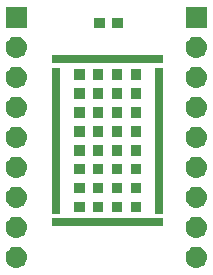
<source format=gbr>
G04 #@! TF.GenerationSoftware,KiCad,Pcbnew,(5.1.4-0)*
G04 #@! TF.CreationDate,2021-01-28T22:10:56-05:00*
G04 #@! TF.ProjectId,coral_breakout,636f7261-6c5f-4627-9265-616b6f75742e,rev?*
G04 #@! TF.SameCoordinates,Original*
G04 #@! TF.FileFunction,Soldermask,Top*
G04 #@! TF.FilePolarity,Negative*
%FSLAX46Y46*%
G04 Gerber Fmt 4.6, Leading zero omitted, Abs format (unit mm)*
G04 Created by KiCad (PCBNEW (5.1.4-0)) date 2021-01-28 22:10:56*
%MOMM*%
%LPD*%
G04 APERTURE LIST*
%ADD10C,0.100000*%
G04 APERTURE END LIST*
D10*
G36*
X147430443Y-105785519D02*
G01*
X147496627Y-105792037D01*
X147666466Y-105843557D01*
X147822991Y-105927222D01*
X147858729Y-105956552D01*
X147960186Y-106039814D01*
X148043448Y-106141271D01*
X148072778Y-106177009D01*
X148156443Y-106333534D01*
X148207963Y-106503373D01*
X148225359Y-106680000D01*
X148207963Y-106856627D01*
X148156443Y-107026466D01*
X148072778Y-107182991D01*
X148043448Y-107218729D01*
X147960186Y-107320186D01*
X147858729Y-107403448D01*
X147822991Y-107432778D01*
X147666466Y-107516443D01*
X147496627Y-107567963D01*
X147430443Y-107574481D01*
X147364260Y-107581000D01*
X147275740Y-107581000D01*
X147209557Y-107574481D01*
X147143373Y-107567963D01*
X146973534Y-107516443D01*
X146817009Y-107432778D01*
X146781271Y-107403448D01*
X146679814Y-107320186D01*
X146596552Y-107218729D01*
X146567222Y-107182991D01*
X146483557Y-107026466D01*
X146432037Y-106856627D01*
X146414641Y-106680000D01*
X146432037Y-106503373D01*
X146483557Y-106333534D01*
X146567222Y-106177009D01*
X146596552Y-106141271D01*
X146679814Y-106039814D01*
X146781271Y-105956552D01*
X146817009Y-105927222D01*
X146973534Y-105843557D01*
X147143373Y-105792037D01*
X147209557Y-105785519D01*
X147275740Y-105779000D01*
X147364260Y-105779000D01*
X147430443Y-105785519D01*
X147430443Y-105785519D01*
G37*
G36*
X132190443Y-105785519D02*
G01*
X132256627Y-105792037D01*
X132426466Y-105843557D01*
X132582991Y-105927222D01*
X132618729Y-105956552D01*
X132720186Y-106039814D01*
X132803448Y-106141271D01*
X132832778Y-106177009D01*
X132916443Y-106333534D01*
X132967963Y-106503373D01*
X132985359Y-106680000D01*
X132967963Y-106856627D01*
X132916443Y-107026466D01*
X132832778Y-107182991D01*
X132803448Y-107218729D01*
X132720186Y-107320186D01*
X132618729Y-107403448D01*
X132582991Y-107432778D01*
X132426466Y-107516443D01*
X132256627Y-107567963D01*
X132190443Y-107574481D01*
X132124260Y-107581000D01*
X132035740Y-107581000D01*
X131969557Y-107574481D01*
X131903373Y-107567963D01*
X131733534Y-107516443D01*
X131577009Y-107432778D01*
X131541271Y-107403448D01*
X131439814Y-107320186D01*
X131356552Y-107218729D01*
X131327222Y-107182991D01*
X131243557Y-107026466D01*
X131192037Y-106856627D01*
X131174641Y-106680000D01*
X131192037Y-106503373D01*
X131243557Y-106333534D01*
X131327222Y-106177009D01*
X131356552Y-106141271D01*
X131439814Y-106039814D01*
X131541271Y-105956552D01*
X131577009Y-105927222D01*
X131733534Y-105843557D01*
X131903373Y-105792037D01*
X131969557Y-105785519D01*
X132035740Y-105779000D01*
X132124260Y-105779000D01*
X132190443Y-105785519D01*
X132190443Y-105785519D01*
G37*
G36*
X147430443Y-103245519D02*
G01*
X147496627Y-103252037D01*
X147666466Y-103303557D01*
X147822991Y-103387222D01*
X147858729Y-103416552D01*
X147960186Y-103499814D01*
X148043448Y-103601271D01*
X148072778Y-103637009D01*
X148156443Y-103793534D01*
X148207963Y-103963373D01*
X148225359Y-104140000D01*
X148207963Y-104316627D01*
X148156443Y-104486466D01*
X148072778Y-104642991D01*
X148043448Y-104678729D01*
X147960186Y-104780186D01*
X147858729Y-104863448D01*
X147822991Y-104892778D01*
X147666466Y-104976443D01*
X147496627Y-105027963D01*
X147430442Y-105034482D01*
X147364260Y-105041000D01*
X147275740Y-105041000D01*
X147209557Y-105034481D01*
X147143373Y-105027963D01*
X146973534Y-104976443D01*
X146817009Y-104892778D01*
X146781271Y-104863448D01*
X146679814Y-104780186D01*
X146596552Y-104678729D01*
X146567222Y-104642991D01*
X146483557Y-104486466D01*
X146432037Y-104316627D01*
X146414641Y-104140000D01*
X146432037Y-103963373D01*
X146483557Y-103793534D01*
X146567222Y-103637009D01*
X146596552Y-103601271D01*
X146679814Y-103499814D01*
X146781271Y-103416552D01*
X146817009Y-103387222D01*
X146973534Y-103303557D01*
X147143373Y-103252037D01*
X147209558Y-103245518D01*
X147275740Y-103239000D01*
X147364260Y-103239000D01*
X147430443Y-103245519D01*
X147430443Y-103245519D01*
G37*
G36*
X132190443Y-103245519D02*
G01*
X132256627Y-103252037D01*
X132426466Y-103303557D01*
X132582991Y-103387222D01*
X132618729Y-103416552D01*
X132720186Y-103499814D01*
X132803448Y-103601271D01*
X132832778Y-103637009D01*
X132916443Y-103793534D01*
X132967963Y-103963373D01*
X132985359Y-104140000D01*
X132967963Y-104316627D01*
X132916443Y-104486466D01*
X132832778Y-104642991D01*
X132803448Y-104678729D01*
X132720186Y-104780186D01*
X132618729Y-104863448D01*
X132582991Y-104892778D01*
X132426466Y-104976443D01*
X132256627Y-105027963D01*
X132190442Y-105034482D01*
X132124260Y-105041000D01*
X132035740Y-105041000D01*
X131969557Y-105034481D01*
X131903373Y-105027963D01*
X131733534Y-104976443D01*
X131577009Y-104892778D01*
X131541271Y-104863448D01*
X131439814Y-104780186D01*
X131356552Y-104678729D01*
X131327222Y-104642991D01*
X131243557Y-104486466D01*
X131192037Y-104316627D01*
X131174641Y-104140000D01*
X131192037Y-103963373D01*
X131243557Y-103793534D01*
X131327222Y-103637009D01*
X131356552Y-103601271D01*
X131439814Y-103499814D01*
X131541271Y-103416552D01*
X131577009Y-103387222D01*
X131733534Y-103303557D01*
X131903373Y-103252037D01*
X131969558Y-103245518D01*
X132035740Y-103239000D01*
X132124260Y-103239000D01*
X132190443Y-103245519D01*
X132190443Y-103245519D01*
G37*
G36*
X144505000Y-104075800D02*
G01*
X135103000Y-104075800D01*
X135103000Y-103373800D01*
X144505000Y-103373800D01*
X144505000Y-104075800D01*
X144505000Y-104075800D01*
G37*
G36*
X144505000Y-103025800D02*
G01*
X143803000Y-103025800D01*
X143803000Y-90623800D01*
X144505000Y-90623800D01*
X144505000Y-103025800D01*
X144505000Y-103025800D01*
G37*
G36*
X135805000Y-103025800D02*
G01*
X135103000Y-103025800D01*
X135103000Y-90623800D01*
X135805000Y-90623800D01*
X135805000Y-103025800D01*
X135805000Y-103025800D01*
G37*
G36*
X139455000Y-102875800D02*
G01*
X138553000Y-102875800D01*
X138553000Y-101973800D01*
X139455000Y-101973800D01*
X139455000Y-102875800D01*
X139455000Y-102875800D01*
G37*
G36*
X141055000Y-102875800D02*
G01*
X140153000Y-102875800D01*
X140153000Y-101973800D01*
X141055000Y-101973800D01*
X141055000Y-102875800D01*
X141055000Y-102875800D01*
G37*
G36*
X137855000Y-102875800D02*
G01*
X136953000Y-102875800D01*
X136953000Y-101973800D01*
X137855000Y-101973800D01*
X137855000Y-102875800D01*
X137855000Y-102875800D01*
G37*
G36*
X142655000Y-102875800D02*
G01*
X141753000Y-102875800D01*
X141753000Y-101973800D01*
X142655000Y-101973800D01*
X142655000Y-102875800D01*
X142655000Y-102875800D01*
G37*
G36*
X132190443Y-100705519D02*
G01*
X132256627Y-100712037D01*
X132426466Y-100763557D01*
X132582991Y-100847222D01*
X132618729Y-100876552D01*
X132720186Y-100959814D01*
X132803448Y-101061271D01*
X132832778Y-101097009D01*
X132916443Y-101253534D01*
X132967963Y-101423373D01*
X132985359Y-101600000D01*
X132967963Y-101776627D01*
X132916443Y-101946466D01*
X132832778Y-102102991D01*
X132815700Y-102123800D01*
X132720186Y-102240186D01*
X132618729Y-102323448D01*
X132582991Y-102352778D01*
X132426466Y-102436443D01*
X132256627Y-102487963D01*
X132190442Y-102494482D01*
X132124260Y-102501000D01*
X132035740Y-102501000D01*
X131969558Y-102494482D01*
X131903373Y-102487963D01*
X131733534Y-102436443D01*
X131577009Y-102352778D01*
X131541271Y-102323448D01*
X131439814Y-102240186D01*
X131344300Y-102123800D01*
X131327222Y-102102991D01*
X131243557Y-101946466D01*
X131192037Y-101776627D01*
X131174641Y-101600000D01*
X131192037Y-101423373D01*
X131243557Y-101253534D01*
X131327222Y-101097009D01*
X131356552Y-101061271D01*
X131439814Y-100959814D01*
X131541271Y-100876552D01*
X131577009Y-100847222D01*
X131733534Y-100763557D01*
X131903373Y-100712037D01*
X131969557Y-100705519D01*
X132035740Y-100699000D01*
X132124260Y-100699000D01*
X132190443Y-100705519D01*
X132190443Y-100705519D01*
G37*
G36*
X147430443Y-100705519D02*
G01*
X147496627Y-100712037D01*
X147666466Y-100763557D01*
X147822991Y-100847222D01*
X147858729Y-100876552D01*
X147960186Y-100959814D01*
X148043448Y-101061271D01*
X148072778Y-101097009D01*
X148156443Y-101253534D01*
X148207963Y-101423373D01*
X148225359Y-101600000D01*
X148207963Y-101776627D01*
X148156443Y-101946466D01*
X148072778Y-102102991D01*
X148055700Y-102123800D01*
X147960186Y-102240186D01*
X147858729Y-102323448D01*
X147822991Y-102352778D01*
X147666466Y-102436443D01*
X147496627Y-102487963D01*
X147430442Y-102494482D01*
X147364260Y-102501000D01*
X147275740Y-102501000D01*
X147209558Y-102494482D01*
X147143373Y-102487963D01*
X146973534Y-102436443D01*
X146817009Y-102352778D01*
X146781271Y-102323448D01*
X146679814Y-102240186D01*
X146584300Y-102123800D01*
X146567222Y-102102991D01*
X146483557Y-101946466D01*
X146432037Y-101776627D01*
X146414641Y-101600000D01*
X146432037Y-101423373D01*
X146483557Y-101253534D01*
X146567222Y-101097009D01*
X146596552Y-101061271D01*
X146679814Y-100959814D01*
X146781271Y-100876552D01*
X146817009Y-100847222D01*
X146973534Y-100763557D01*
X147143373Y-100712037D01*
X147209557Y-100705519D01*
X147275740Y-100699000D01*
X147364260Y-100699000D01*
X147430443Y-100705519D01*
X147430443Y-100705519D01*
G37*
G36*
X137855000Y-101275800D02*
G01*
X136953000Y-101275800D01*
X136953000Y-100373800D01*
X137855000Y-100373800D01*
X137855000Y-101275800D01*
X137855000Y-101275800D01*
G37*
G36*
X141055000Y-101275800D02*
G01*
X140153000Y-101275800D01*
X140153000Y-100373800D01*
X141055000Y-100373800D01*
X141055000Y-101275800D01*
X141055000Y-101275800D01*
G37*
G36*
X142655000Y-101275800D02*
G01*
X141753000Y-101275800D01*
X141753000Y-100373800D01*
X142655000Y-100373800D01*
X142655000Y-101275800D01*
X142655000Y-101275800D01*
G37*
G36*
X139455000Y-101275800D02*
G01*
X138553000Y-101275800D01*
X138553000Y-100373800D01*
X139455000Y-100373800D01*
X139455000Y-101275800D01*
X139455000Y-101275800D01*
G37*
G36*
X147430443Y-98165519D02*
G01*
X147496627Y-98172037D01*
X147666466Y-98223557D01*
X147822991Y-98307222D01*
X147858729Y-98336552D01*
X147960186Y-98419814D01*
X148043448Y-98521271D01*
X148072778Y-98557009D01*
X148156443Y-98713534D01*
X148207963Y-98883373D01*
X148225359Y-99060000D01*
X148207963Y-99236627D01*
X148156443Y-99406466D01*
X148072778Y-99562991D01*
X148043448Y-99598729D01*
X147960186Y-99700186D01*
X147858729Y-99783448D01*
X147822991Y-99812778D01*
X147666466Y-99896443D01*
X147496627Y-99947963D01*
X147430443Y-99954481D01*
X147364260Y-99961000D01*
X147275740Y-99961000D01*
X147209557Y-99954481D01*
X147143373Y-99947963D01*
X146973534Y-99896443D01*
X146817009Y-99812778D01*
X146781271Y-99783448D01*
X146679814Y-99700186D01*
X146596552Y-99598729D01*
X146567222Y-99562991D01*
X146483557Y-99406466D01*
X146432037Y-99236627D01*
X146414641Y-99060000D01*
X146432037Y-98883373D01*
X146483557Y-98713534D01*
X146567222Y-98557009D01*
X146596552Y-98521271D01*
X146679814Y-98419814D01*
X146781271Y-98336552D01*
X146817009Y-98307222D01*
X146973534Y-98223557D01*
X147143373Y-98172037D01*
X147209557Y-98165519D01*
X147275740Y-98159000D01*
X147364260Y-98159000D01*
X147430443Y-98165519D01*
X147430443Y-98165519D01*
G37*
G36*
X132190443Y-98165519D02*
G01*
X132256627Y-98172037D01*
X132426466Y-98223557D01*
X132582991Y-98307222D01*
X132618729Y-98336552D01*
X132720186Y-98419814D01*
X132803448Y-98521271D01*
X132832778Y-98557009D01*
X132916443Y-98713534D01*
X132967963Y-98883373D01*
X132985359Y-99060000D01*
X132967963Y-99236627D01*
X132916443Y-99406466D01*
X132832778Y-99562991D01*
X132803448Y-99598729D01*
X132720186Y-99700186D01*
X132618729Y-99783448D01*
X132582991Y-99812778D01*
X132426466Y-99896443D01*
X132256627Y-99947963D01*
X132190443Y-99954481D01*
X132124260Y-99961000D01*
X132035740Y-99961000D01*
X131969557Y-99954481D01*
X131903373Y-99947963D01*
X131733534Y-99896443D01*
X131577009Y-99812778D01*
X131541271Y-99783448D01*
X131439814Y-99700186D01*
X131356552Y-99598729D01*
X131327222Y-99562991D01*
X131243557Y-99406466D01*
X131192037Y-99236627D01*
X131174641Y-99060000D01*
X131192037Y-98883373D01*
X131243557Y-98713534D01*
X131327222Y-98557009D01*
X131356552Y-98521271D01*
X131439814Y-98419814D01*
X131541271Y-98336552D01*
X131577009Y-98307222D01*
X131733534Y-98223557D01*
X131903373Y-98172037D01*
X131969557Y-98165519D01*
X132035740Y-98159000D01*
X132124260Y-98159000D01*
X132190443Y-98165519D01*
X132190443Y-98165519D01*
G37*
G36*
X142655000Y-99675800D02*
G01*
X141753000Y-99675800D01*
X141753000Y-98773800D01*
X142655000Y-98773800D01*
X142655000Y-99675800D01*
X142655000Y-99675800D01*
G37*
G36*
X139455000Y-99675800D02*
G01*
X138553000Y-99675800D01*
X138553000Y-98773800D01*
X139455000Y-98773800D01*
X139455000Y-99675800D01*
X139455000Y-99675800D01*
G37*
G36*
X137855000Y-99675800D02*
G01*
X136953000Y-99675800D01*
X136953000Y-98773800D01*
X137855000Y-98773800D01*
X137855000Y-99675800D01*
X137855000Y-99675800D01*
G37*
G36*
X141055000Y-99675800D02*
G01*
X140153000Y-99675800D01*
X140153000Y-98773800D01*
X141055000Y-98773800D01*
X141055000Y-99675800D01*
X141055000Y-99675800D01*
G37*
G36*
X139455000Y-98075800D02*
G01*
X138553000Y-98075800D01*
X138553000Y-97173800D01*
X139455000Y-97173800D01*
X139455000Y-98075800D01*
X139455000Y-98075800D01*
G37*
G36*
X137855000Y-98075800D02*
G01*
X136953000Y-98075800D01*
X136953000Y-97173800D01*
X137855000Y-97173800D01*
X137855000Y-98075800D01*
X137855000Y-98075800D01*
G37*
G36*
X141055000Y-98075800D02*
G01*
X140153000Y-98075800D01*
X140153000Y-97173800D01*
X141055000Y-97173800D01*
X141055000Y-98075800D01*
X141055000Y-98075800D01*
G37*
G36*
X142655000Y-98075800D02*
G01*
X141753000Y-98075800D01*
X141753000Y-97173800D01*
X142655000Y-97173800D01*
X142655000Y-98075800D01*
X142655000Y-98075800D01*
G37*
G36*
X132190442Y-95625518D02*
G01*
X132256627Y-95632037D01*
X132426466Y-95683557D01*
X132582991Y-95767222D01*
X132618729Y-95796552D01*
X132720186Y-95879814D01*
X132803448Y-95981271D01*
X132832778Y-96017009D01*
X132916443Y-96173534D01*
X132967963Y-96343373D01*
X132985359Y-96520000D01*
X132967963Y-96696627D01*
X132916443Y-96866466D01*
X132832778Y-97022991D01*
X132803448Y-97058729D01*
X132720186Y-97160186D01*
X132618729Y-97243448D01*
X132582991Y-97272778D01*
X132426466Y-97356443D01*
X132256627Y-97407963D01*
X132190442Y-97414482D01*
X132124260Y-97421000D01*
X132035740Y-97421000D01*
X131969558Y-97414482D01*
X131903373Y-97407963D01*
X131733534Y-97356443D01*
X131577009Y-97272778D01*
X131541271Y-97243448D01*
X131439814Y-97160186D01*
X131356552Y-97058729D01*
X131327222Y-97022991D01*
X131243557Y-96866466D01*
X131192037Y-96696627D01*
X131174641Y-96520000D01*
X131192037Y-96343373D01*
X131243557Y-96173534D01*
X131327222Y-96017009D01*
X131356552Y-95981271D01*
X131439814Y-95879814D01*
X131541271Y-95796552D01*
X131577009Y-95767222D01*
X131733534Y-95683557D01*
X131903373Y-95632037D01*
X131969558Y-95625518D01*
X132035740Y-95619000D01*
X132124260Y-95619000D01*
X132190442Y-95625518D01*
X132190442Y-95625518D01*
G37*
G36*
X147430442Y-95625518D02*
G01*
X147496627Y-95632037D01*
X147666466Y-95683557D01*
X147822991Y-95767222D01*
X147858729Y-95796552D01*
X147960186Y-95879814D01*
X148043448Y-95981271D01*
X148072778Y-96017009D01*
X148156443Y-96173534D01*
X148207963Y-96343373D01*
X148225359Y-96520000D01*
X148207963Y-96696627D01*
X148156443Y-96866466D01*
X148072778Y-97022991D01*
X148043448Y-97058729D01*
X147960186Y-97160186D01*
X147858729Y-97243448D01*
X147822991Y-97272778D01*
X147666466Y-97356443D01*
X147496627Y-97407963D01*
X147430442Y-97414482D01*
X147364260Y-97421000D01*
X147275740Y-97421000D01*
X147209558Y-97414482D01*
X147143373Y-97407963D01*
X146973534Y-97356443D01*
X146817009Y-97272778D01*
X146781271Y-97243448D01*
X146679814Y-97160186D01*
X146596552Y-97058729D01*
X146567222Y-97022991D01*
X146483557Y-96866466D01*
X146432037Y-96696627D01*
X146414641Y-96520000D01*
X146432037Y-96343373D01*
X146483557Y-96173534D01*
X146567222Y-96017009D01*
X146596552Y-95981271D01*
X146679814Y-95879814D01*
X146781271Y-95796552D01*
X146817009Y-95767222D01*
X146973534Y-95683557D01*
X147143373Y-95632037D01*
X147209558Y-95625518D01*
X147275740Y-95619000D01*
X147364260Y-95619000D01*
X147430442Y-95625518D01*
X147430442Y-95625518D01*
G37*
G36*
X137855000Y-96475800D02*
G01*
X136953000Y-96475800D01*
X136953000Y-95573800D01*
X137855000Y-95573800D01*
X137855000Y-96475800D01*
X137855000Y-96475800D01*
G37*
G36*
X142655000Y-96475800D02*
G01*
X141753000Y-96475800D01*
X141753000Y-95573800D01*
X142655000Y-95573800D01*
X142655000Y-96475800D01*
X142655000Y-96475800D01*
G37*
G36*
X141055000Y-96475800D02*
G01*
X140153000Y-96475800D01*
X140153000Y-95573800D01*
X141055000Y-95573800D01*
X141055000Y-96475800D01*
X141055000Y-96475800D01*
G37*
G36*
X139455000Y-96475800D02*
G01*
X138553000Y-96475800D01*
X138553000Y-95573800D01*
X139455000Y-95573800D01*
X139455000Y-96475800D01*
X139455000Y-96475800D01*
G37*
G36*
X147430443Y-93085519D02*
G01*
X147496627Y-93092037D01*
X147666466Y-93143557D01*
X147822991Y-93227222D01*
X147858729Y-93256552D01*
X147960186Y-93339814D01*
X148043448Y-93441271D01*
X148072778Y-93477009D01*
X148156443Y-93633534D01*
X148207963Y-93803373D01*
X148225359Y-93980000D01*
X148207963Y-94156627D01*
X148156443Y-94326466D01*
X148072778Y-94482991D01*
X148043448Y-94518729D01*
X147960186Y-94620186D01*
X147858729Y-94703448D01*
X147822991Y-94732778D01*
X147666466Y-94816443D01*
X147496627Y-94867963D01*
X147430443Y-94874481D01*
X147364260Y-94881000D01*
X147275740Y-94881000D01*
X147209557Y-94874481D01*
X147143373Y-94867963D01*
X146973534Y-94816443D01*
X146817009Y-94732778D01*
X146781271Y-94703448D01*
X146679814Y-94620186D01*
X146596552Y-94518729D01*
X146567222Y-94482991D01*
X146483557Y-94326466D01*
X146432037Y-94156627D01*
X146414641Y-93980000D01*
X146432037Y-93803373D01*
X146483557Y-93633534D01*
X146567222Y-93477009D01*
X146596552Y-93441271D01*
X146679814Y-93339814D01*
X146781271Y-93256552D01*
X146817009Y-93227222D01*
X146973534Y-93143557D01*
X147143373Y-93092037D01*
X147209557Y-93085519D01*
X147275740Y-93079000D01*
X147364260Y-93079000D01*
X147430443Y-93085519D01*
X147430443Y-93085519D01*
G37*
G36*
X132190443Y-93085519D02*
G01*
X132256627Y-93092037D01*
X132426466Y-93143557D01*
X132582991Y-93227222D01*
X132618729Y-93256552D01*
X132720186Y-93339814D01*
X132803448Y-93441271D01*
X132832778Y-93477009D01*
X132916443Y-93633534D01*
X132967963Y-93803373D01*
X132985359Y-93980000D01*
X132967963Y-94156627D01*
X132916443Y-94326466D01*
X132832778Y-94482991D01*
X132803448Y-94518729D01*
X132720186Y-94620186D01*
X132618729Y-94703448D01*
X132582991Y-94732778D01*
X132426466Y-94816443D01*
X132256627Y-94867963D01*
X132190443Y-94874481D01*
X132124260Y-94881000D01*
X132035740Y-94881000D01*
X131969557Y-94874481D01*
X131903373Y-94867963D01*
X131733534Y-94816443D01*
X131577009Y-94732778D01*
X131541271Y-94703448D01*
X131439814Y-94620186D01*
X131356552Y-94518729D01*
X131327222Y-94482991D01*
X131243557Y-94326466D01*
X131192037Y-94156627D01*
X131174641Y-93980000D01*
X131192037Y-93803373D01*
X131243557Y-93633534D01*
X131327222Y-93477009D01*
X131356552Y-93441271D01*
X131439814Y-93339814D01*
X131541271Y-93256552D01*
X131577009Y-93227222D01*
X131733534Y-93143557D01*
X131903373Y-93092037D01*
X131969557Y-93085519D01*
X132035740Y-93079000D01*
X132124260Y-93079000D01*
X132190443Y-93085519D01*
X132190443Y-93085519D01*
G37*
G36*
X137855000Y-94875800D02*
G01*
X136953000Y-94875800D01*
X136953000Y-93973800D01*
X137855000Y-93973800D01*
X137855000Y-94875800D01*
X137855000Y-94875800D01*
G37*
G36*
X139455000Y-94875800D02*
G01*
X138553000Y-94875800D01*
X138553000Y-93973800D01*
X139455000Y-93973800D01*
X139455000Y-94875800D01*
X139455000Y-94875800D01*
G37*
G36*
X141055000Y-94875800D02*
G01*
X140153000Y-94875800D01*
X140153000Y-93973800D01*
X141055000Y-93973800D01*
X141055000Y-94875800D01*
X141055000Y-94875800D01*
G37*
G36*
X142655000Y-94875800D02*
G01*
X141753000Y-94875800D01*
X141753000Y-93973800D01*
X142655000Y-93973800D01*
X142655000Y-94875800D01*
X142655000Y-94875800D01*
G37*
G36*
X137855000Y-93275800D02*
G01*
X136953000Y-93275800D01*
X136953000Y-92373800D01*
X137855000Y-92373800D01*
X137855000Y-93275800D01*
X137855000Y-93275800D01*
G37*
G36*
X139455000Y-93275800D02*
G01*
X138553000Y-93275800D01*
X138553000Y-92373800D01*
X139455000Y-92373800D01*
X139455000Y-93275800D01*
X139455000Y-93275800D01*
G37*
G36*
X141055000Y-93275800D02*
G01*
X140153000Y-93275800D01*
X140153000Y-92373800D01*
X141055000Y-92373800D01*
X141055000Y-93275800D01*
X141055000Y-93275800D01*
G37*
G36*
X142655000Y-93275800D02*
G01*
X141753000Y-93275800D01*
X141753000Y-92373800D01*
X142655000Y-92373800D01*
X142655000Y-93275800D01*
X142655000Y-93275800D01*
G37*
G36*
X132190443Y-90545519D02*
G01*
X132256627Y-90552037D01*
X132426466Y-90603557D01*
X132582991Y-90687222D01*
X132618729Y-90716552D01*
X132720186Y-90799814D01*
X132803448Y-90901271D01*
X132832778Y-90937009D01*
X132916443Y-91093534D01*
X132967963Y-91263373D01*
X132985359Y-91440000D01*
X132967963Y-91616627D01*
X132916443Y-91786466D01*
X132832778Y-91942991D01*
X132803448Y-91978729D01*
X132720186Y-92080186D01*
X132618729Y-92163448D01*
X132582991Y-92192778D01*
X132426466Y-92276443D01*
X132256627Y-92327963D01*
X132190443Y-92334481D01*
X132124260Y-92341000D01*
X132035740Y-92341000D01*
X131969557Y-92334481D01*
X131903373Y-92327963D01*
X131733534Y-92276443D01*
X131577009Y-92192778D01*
X131541271Y-92163448D01*
X131439814Y-92080186D01*
X131356552Y-91978729D01*
X131327222Y-91942991D01*
X131243557Y-91786466D01*
X131192037Y-91616627D01*
X131174641Y-91440000D01*
X131192037Y-91263373D01*
X131243557Y-91093534D01*
X131327222Y-90937009D01*
X131356552Y-90901271D01*
X131439814Y-90799814D01*
X131541271Y-90716552D01*
X131577009Y-90687222D01*
X131733534Y-90603557D01*
X131903373Y-90552037D01*
X131969557Y-90545519D01*
X132035740Y-90539000D01*
X132124260Y-90539000D01*
X132190443Y-90545519D01*
X132190443Y-90545519D01*
G37*
G36*
X147430443Y-90545519D02*
G01*
X147496627Y-90552037D01*
X147666466Y-90603557D01*
X147822991Y-90687222D01*
X147858729Y-90716552D01*
X147960186Y-90799814D01*
X148043448Y-90901271D01*
X148072778Y-90937009D01*
X148156443Y-91093534D01*
X148207963Y-91263373D01*
X148225359Y-91440000D01*
X148207963Y-91616627D01*
X148156443Y-91786466D01*
X148072778Y-91942991D01*
X148043448Y-91978729D01*
X147960186Y-92080186D01*
X147858729Y-92163448D01*
X147822991Y-92192778D01*
X147666466Y-92276443D01*
X147496627Y-92327963D01*
X147430443Y-92334481D01*
X147364260Y-92341000D01*
X147275740Y-92341000D01*
X147209557Y-92334481D01*
X147143373Y-92327963D01*
X146973534Y-92276443D01*
X146817009Y-92192778D01*
X146781271Y-92163448D01*
X146679814Y-92080186D01*
X146596552Y-91978729D01*
X146567222Y-91942991D01*
X146483557Y-91786466D01*
X146432037Y-91616627D01*
X146414641Y-91440000D01*
X146432037Y-91263373D01*
X146483557Y-91093534D01*
X146567222Y-90937009D01*
X146596552Y-90901271D01*
X146679814Y-90799814D01*
X146781271Y-90716552D01*
X146817009Y-90687222D01*
X146973534Y-90603557D01*
X147143373Y-90552037D01*
X147209557Y-90545519D01*
X147275740Y-90539000D01*
X147364260Y-90539000D01*
X147430443Y-90545519D01*
X147430443Y-90545519D01*
G37*
G36*
X137855000Y-91675800D02*
G01*
X136953000Y-91675800D01*
X136953000Y-90773800D01*
X137855000Y-90773800D01*
X137855000Y-91675800D01*
X137855000Y-91675800D01*
G37*
G36*
X141055000Y-91675800D02*
G01*
X140153000Y-91675800D01*
X140153000Y-90773800D01*
X141055000Y-90773800D01*
X141055000Y-91675800D01*
X141055000Y-91675800D01*
G37*
G36*
X139455000Y-91675800D02*
G01*
X138553000Y-91675800D01*
X138553000Y-90773800D01*
X139455000Y-90773800D01*
X139455000Y-91675800D01*
X139455000Y-91675800D01*
G37*
G36*
X142655000Y-91675800D02*
G01*
X141753000Y-91675800D01*
X141753000Y-90773800D01*
X142655000Y-90773800D01*
X142655000Y-91675800D01*
X142655000Y-91675800D01*
G37*
G36*
X144505000Y-90275800D02*
G01*
X135103000Y-90275800D01*
X135103000Y-89573800D01*
X144505000Y-89573800D01*
X144505000Y-90275800D01*
X144505000Y-90275800D01*
G37*
G36*
X132190443Y-88005519D02*
G01*
X132256627Y-88012037D01*
X132426466Y-88063557D01*
X132582991Y-88147222D01*
X132618729Y-88176552D01*
X132720186Y-88259814D01*
X132803448Y-88361271D01*
X132832778Y-88397009D01*
X132916443Y-88553534D01*
X132967963Y-88723373D01*
X132985359Y-88900000D01*
X132967963Y-89076627D01*
X132916443Y-89246466D01*
X132832778Y-89402991D01*
X132803448Y-89438729D01*
X132720186Y-89540186D01*
X132618729Y-89623448D01*
X132582991Y-89652778D01*
X132426466Y-89736443D01*
X132256627Y-89787963D01*
X132190443Y-89794481D01*
X132124260Y-89801000D01*
X132035740Y-89801000D01*
X131969557Y-89794481D01*
X131903373Y-89787963D01*
X131733534Y-89736443D01*
X131577009Y-89652778D01*
X131541271Y-89623448D01*
X131439814Y-89540186D01*
X131356552Y-89438729D01*
X131327222Y-89402991D01*
X131243557Y-89246466D01*
X131192037Y-89076627D01*
X131174641Y-88900000D01*
X131192037Y-88723373D01*
X131243557Y-88553534D01*
X131327222Y-88397009D01*
X131356552Y-88361271D01*
X131439814Y-88259814D01*
X131541271Y-88176552D01*
X131577009Y-88147222D01*
X131733534Y-88063557D01*
X131903373Y-88012037D01*
X131969557Y-88005519D01*
X132035740Y-87999000D01*
X132124260Y-87999000D01*
X132190443Y-88005519D01*
X132190443Y-88005519D01*
G37*
G36*
X147430443Y-88005519D02*
G01*
X147496627Y-88012037D01*
X147666466Y-88063557D01*
X147822991Y-88147222D01*
X147858729Y-88176552D01*
X147960186Y-88259814D01*
X148043448Y-88361271D01*
X148072778Y-88397009D01*
X148156443Y-88553534D01*
X148207963Y-88723373D01*
X148225359Y-88900000D01*
X148207963Y-89076627D01*
X148156443Y-89246466D01*
X148072778Y-89402991D01*
X148043448Y-89438729D01*
X147960186Y-89540186D01*
X147858729Y-89623448D01*
X147822991Y-89652778D01*
X147666466Y-89736443D01*
X147496627Y-89787963D01*
X147430443Y-89794481D01*
X147364260Y-89801000D01*
X147275740Y-89801000D01*
X147209557Y-89794481D01*
X147143373Y-89787963D01*
X146973534Y-89736443D01*
X146817009Y-89652778D01*
X146781271Y-89623448D01*
X146679814Y-89540186D01*
X146596552Y-89438729D01*
X146567222Y-89402991D01*
X146483557Y-89246466D01*
X146432037Y-89076627D01*
X146414641Y-88900000D01*
X146432037Y-88723373D01*
X146483557Y-88553534D01*
X146567222Y-88397009D01*
X146596552Y-88361271D01*
X146679814Y-88259814D01*
X146781271Y-88176552D01*
X146817009Y-88147222D01*
X146973534Y-88063557D01*
X147143373Y-88012037D01*
X147209557Y-88005519D01*
X147275740Y-87999000D01*
X147364260Y-87999000D01*
X147430443Y-88005519D01*
X147430443Y-88005519D01*
G37*
G36*
X132981000Y-87261000D02*
G01*
X131179000Y-87261000D01*
X131179000Y-85459000D01*
X132981000Y-85459000D01*
X132981000Y-87261000D01*
X132981000Y-87261000D01*
G37*
G36*
X148221000Y-87261000D02*
G01*
X146419000Y-87261000D01*
X146419000Y-85459000D01*
X148221000Y-85459000D01*
X148221000Y-87261000D01*
X148221000Y-87261000D01*
G37*
G36*
X139578800Y-87243200D02*
G01*
X138676800Y-87243200D01*
X138676800Y-86391200D01*
X139578800Y-86391200D01*
X139578800Y-87243200D01*
X139578800Y-87243200D01*
G37*
G36*
X141078800Y-87243200D02*
G01*
X140176800Y-87243200D01*
X140176800Y-86391200D01*
X141078800Y-86391200D01*
X141078800Y-87243200D01*
X141078800Y-87243200D01*
G37*
M02*

</source>
